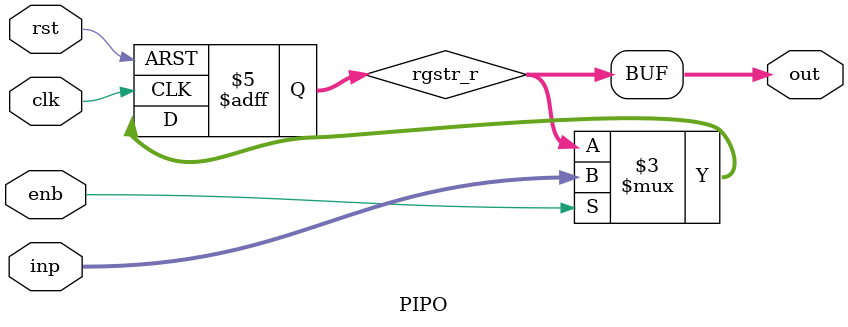
<source format=sv>
module PIPO
#(
parameter DW = 4
) 
(
input               clk,
input               rst,
input               enb,
input    [DW-1:0]   inp,
output  	[DW-1:0]   out
);

logic [DW-1:0]      rgstr_r;

always_ff@(posedge clk or negedge rst) begin: rgstr_label
    if(!rst)
        rgstr_r  <= '0;
    else if (enb)
        rgstr_r  <= inp;
end:rgstr_label

assign out  = rgstr_r;

//TODO: try to design a SIPO register where the serial input is connected to the MSB bit and shifting is to the right
endmodule

</source>
